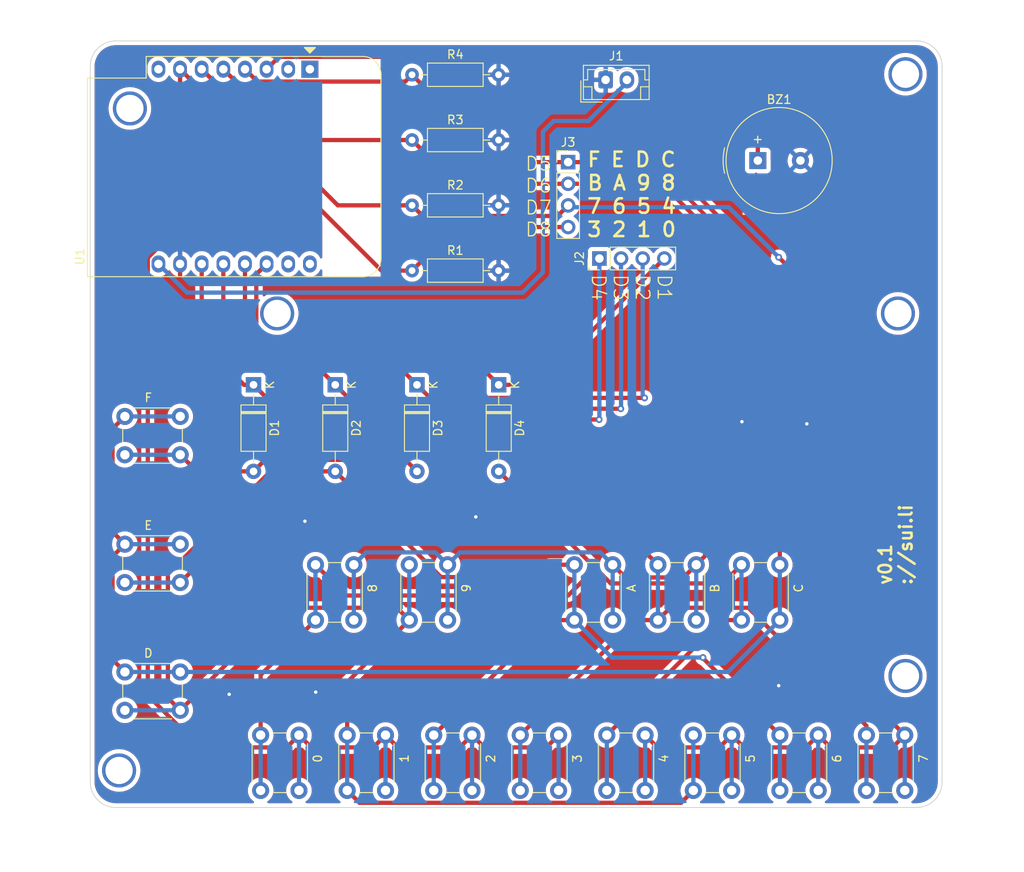
<source format=kicad_pcb>
(kicad_pcb (version 20211014) (generator pcbnew)
  (layers (0 "F.Cu" signal) (31 "B.Cu" signal) (34 "B.Paste" user) (35 "F.Paste" user) (36 "B.SilkS" user "B.Silkscreen") (37 "F.SilkS" user "F.Silkscreen") (38 "B.Mask" user) (39 "F.Mask" user) (44 "Edge.Cuts" user))
  (net 0 "")
  (net 1 "D8")
  (net 2 "D7")
  (net 3 "D6")
  (net 4 "D5")
  (net 5 "D4")
  (net 6 "GND")
  (net 7 "D3")
  (net 8 "D2")
  (net 9 "D1")
  (net 12 "Net-(BZ1-Pad1)")
  (net 16 "Net-(D1-Pad2)")
  (net 17 "Net-(D2-Pad2)")
  (net 18 "Net-(D3-Pad2)")
  (net 19 "Net-(D4-Pad2)")
  (net 20 "Net-(J1-Pad2)")
  (footprint "Diode_THT:D_A-405_P10.16mm_Horizontal" (layer "F.Cu") (at 149.163332 72.38 -90)
    (fp_text reference "D1" (at 5.08 -2.47 -90) (layer "F.SilkS"))
    (fp_text value "DIODE")
    (fp_text user "K" (at 0 -1.9 -90) (layer "F.SilkS"))
    (fp_line (start 2.36 -1.47) (end 2.36 1.47) (layer "F.SilkS") (width 0.12))
    (fp_line (start 7.8 -1.47) (end 2.36 -1.47) (layer "F.SilkS") (width 0.12))
    (fp_line (start 1.14 0) (end 2.36 0) (layer "F.SilkS") (width 0.12))
    (fp_line (start 3.38 -1.47) (end 3.38 1.47) (layer "F.SilkS") (width 0.12))
    (fp_line (start 7.8 1.47) (end 7.8 -1.47) (layer "F.SilkS") (width 0.12))
    (fp_line (start 3.26 -1.47) (end 3.26 1.47) (layer "F.SilkS") (width 0.12))
    (fp_line (start 3.14 -1.47) (end 3.14 1.47) (layer "F.SilkS") (width 0.12))
    (fp_line (start 9.02 0) (end 7.8 0) (layer "F.SilkS") (width 0.12))
    (fp_line (start 2.36 1.47) (end 7.8 1.47) (layer "F.SilkS") (width 0.12))
    (pad "1" thru_hole rect (at 0 0 270) (size 1.8 1.8) (drill 0.9) (layers *.Cu *.Mask) (net 5 "D4"))
    (pad "2" thru_hole oval (at 10.16 0 270) (size 1.8 1.8) (drill 0.9) (layers *.Cu *.Mask) (net 16 "Net-(D1-Pad2)"))
  )
  (footprint "Resistor_THT:R_Axial_DIN0207_L6.3mm_D2.5mm_P10.16mm_Horizontal" (layer "F.Cu") (at 167.773099 58.97)
    (fp_text reference "R1" (at 5.08 -2.37) (layer "F.SilkS"))
    (fp_text value "R")
    (fp_line (start 8.35 1.37) (end 8.35 -1.37) (layer "F.SilkS") (width 0.12))
    (fp_line (start 1.81 1.37) (end 8.35 1.37) (layer "F.SilkS") (width 0.12))
    (fp_line (start 9.12 0) (end 8.35 0) (layer "F.SilkS") (width 0.12))
    (fp_line (start 1.04 0) (end 1.81 0) (layer "F.SilkS") (width 0.12))
    (fp_line (start 8.35 -1.37) (end 1.81 -1.37) (layer "F.SilkS") (width 0.12))
    (fp_line (start 1.81 -1.37) (end 1.81 1.37) (layer "F.SilkS") (width 0.12))
    (pad "1" thru_hole circle (at 0 0) (size 1.6 1.6) (drill 0.8) (layers *.Cu *.Mask) (net 1 "D8"))
    (pad "2" thru_hole oval (at 10.16 0) (size 1.6 1.6) (drill 0.8) (layers *.Cu *.Mask) (net 6 "GND"))
  )
  (footprint "Button_Switch_THT:SW_PUSH_6mm" (layer "F.Cu") (at 156.44 100 90)
    (fp_text reference "SW9" hide)
    (fp_text value "8" (at 3.75 6.7 90) (layer "F.SilkS"))
    (fp_line (start 5.5 -1) (end 1 -1) (layer "F.SilkS") (width 0.12))
    (fp_line (start -0.25 1.5) (end -0.25 3) (layer "F.SilkS") (width 0.12))
    (fp_line (start 1 5.5) (end 5.5 5.5) (layer "F.SilkS") (width 0.12))
    (fp_line (start 6.75 3) (end 6.75 1.5) (layer "F.SilkS") (width 0.12))
    (pad "1" thru_hole circle (at 0 0 180) (size 2 2) (drill 1.1) (layers *.Cu *.Mask) (net 19 "Net-(D4-Pad2)"))
    (pad "1" thru_hole circle (at 6.5 0 180) (size 2 2) (drill 1.1) (layers *.Cu *.Mask) (net 19 "Net-(D4-Pad2)"))
    (pad "2" thru_hole circle (at 0 4.5 180) (size 2 2) (drill 1.1) (layers *.Cu *.Mask) (net 3 "D6"))
    (pad "2" thru_hole circle (at 6.5 4.5 180) (size 2 2) (drill 1.1) (layers *.Cu *.Mask) (net 3 "D6"))
  )
  (footprint "Diode_THT:D_A-405_P10.16mm_Horizontal" (layer "F.Cu") (at 158.758888 72.38 -90)
    (fp_text reference "D2" (at 5.08 -2.47 -90) (layer "F.SilkS"))
    (fp_text value "DIODE")
    (fp_text user "K" (at 0 -1.9 -90) (layer "F.SilkS"))
    (fp_line (start 2.36 -1.47) (end 2.36 1.47) (layer "F.SilkS") (width 0.12))
    (fp_line (start 1.14 0) (end 2.36 0) (layer "F.SilkS") (width 0.12))
    (fp_line (start 3.26 -1.47) (end 3.26 1.47) (layer "F.SilkS") (width 0.12))
    (fp_line (start 7.8 -1.47) (end 2.36 -1.47) (layer "F.SilkS") (width 0.12))
    (fp_line (start 9.02 0) (end 7.8 0) (layer "F.SilkS") (width 0.12))
    (fp_line (start 7.8 1.47) (end 7.8 -1.47) (layer "F.SilkS") (width 0.12))
    (fp_line (start 3.38 -1.47) (end 3.38 1.47) (layer "F.SilkS") (width 0.12))
    (fp_line (start 2.36 1.47) (end 7.8 1.47) (layer "F.SilkS") (width 0.12))
    (fp_line (start 3.14 -1.47) (end 3.14 1.47) (layer "F.SilkS") (width 0.12))
    (pad "1" thru_hole rect (at 0 0 270) (size 1.8 1.8) (drill 0.9) (layers *.Cu *.Mask) (net 7 "D3"))
    (pad "2" thru_hole oval (at 10.16 0 270) (size 1.8 1.8) (drill 0.9) (layers *.Cu *.Mask) (net 17 "Net-(D2-Pad2)"))
  )
  (footprint "Connector_PinHeader_2.54mm:PinHeader_1x04_P2.54mm_Vertical" (layer "F.Cu") (at 186.100183 46.235172)
    (fp_text reference "J3" (at 0 -2.33) (layer "F.SilkS"))
    (fp_text value "Conn_01x04")
    (fp_line (start -1.33 1.27) (end -1.33 8.95) (layer "F.SilkS") (width 0.12))
    (fp_line (start 1.33 1.27) (end 1.33 8.95) (layer "F.SilkS") (width 0.12))
    (fp_line (start -1.33 -1.33) (end 0 -1.33) (layer "F.SilkS") (width 0.12))
    (fp_line (start -1.33 1.27) (end 1.33 1.27) (layer "F.SilkS") (width 0.12))
    (fp_line (start -1.33 0) (end -1.33 -1.33) (layer "F.SilkS") (width 0.12))
    (fp_line (start -1.33 8.95) (end 1.33 8.95) (layer "F.SilkS") (width 0.12))
    (pad "1" thru_hole rect (at 0 0) (size 1.7 1.7) (drill 1) (layers *.Cu *.Mask) (net 4 "D5"))
    (pad "2" thru_hole oval (at 0 2.54) (size 1.7 1.7) (drill 1) (layers *.Cu *.Mask) (net 3 "D6"))
    (pad "3" thru_hole oval (at 0 5.08) (size 1.7 1.7) (drill 1) (layers *.Cu *.Mask) (net 2 "D7"))
    (pad "4" thru_hole oval (at 0 7.62) (size 1.7 1.7) (drill 1) (layers *.Cu *.Mask) (net 1 "D8"))
  )
  (footprint "Button_Switch_THT:SW_PUSH_6mm" (layer "F.Cu") (at 160.16 120 90)
    (fp_text reference "SW2" hide)
    (fp_text value "1" (at 3.75 6.7 90) (layer "F.SilkS"))
    (fp_line (start -0.25 1.5) (end -0.25 3) (layer "F.SilkS") (width 0.12))
    (fp_line (start 1 5.5) (end 5.5 5.5) (layer "F.SilkS") (width 0.12))
    (fp_line (start 6.75 3) (end 6.75 1.5) (layer "F.SilkS") (width 0.12))
    (fp_line (start 5.5 -1) (end 1 -1) (layer "F.SilkS") (width 0.12))
    (pad "1" thru_hole circle (at 0 0 180) (size 2 2) (drill 1.1) (layers *.Cu *.Mask) (net 18 "Net-(D3-Pad2)"))
    (pad "1" thru_hole circle (at 6.5 0 180) (size 2 2) (drill 1.1) (layers *.Cu *.Mask) (net 18 "Net-(D3-Pad2)"))
    (pad "2" thru_hole circle (at 0 4.5 180) (size 2 2) (drill 1.1) (layers *.Cu *.Mask) (net 1 "D8"))
    (pad "2" thru_hole circle (at 6.5 4.5 180) (size 2 2) (drill 1.1) (layers *.Cu *.Mask) (net 1 "D8"))
  )
  (footprint "Button_Switch_THT:SW_PUSH_6mm" (layer "F.Cu") (at 186.83 100 90)
    (fp_text reference "SW11" hide)
    (fp_text value "A" (at 3.75 6.7 90) (layer "F.SilkS"))
    (fp_line (start 1 5.5) (end 5.5 5.5) (layer "F.SilkS") (width 0.12))
    (fp_line (start 5.5 -1) (end 1 -1) (layer "F.SilkS") (width 0.12))
    (fp_line (start -0.25 1.5) (end -0.25 3) (layer "F.SilkS") (width 0.12))
    (fp_line (start 6.75 3) (end 6.75 1.5) (layer "F.SilkS") (width 0.12))
    (pad "1" thru_hole circle (at 0 0 180) (size 2 2) (drill 1.1) (layers *.Cu *.Mask) (net 17 "Net-(D2-Pad2)"))
    (pad "1" thru_hole circle (at 6.5 0 180) (size 2 2) (drill 1.1) (layers *.Cu *.Mask) (net 17 "Net-(D2-Pad2)"))
    (pad "2" thru_hole circle (at 6.5 4.5 180) (size 2 2) (drill 1.1) (layers *.Cu *.Mask) (net 3 "D6"))
    (pad "2" thru_hole circle (at 0 4.5 180) (size 2 2) (drill 1.1) (layers *.Cu *.Mask) (net 3 "D6"))
  )
  (footprint "Diode_THT:D_A-405_P10.16mm_Horizontal" (layer "F.Cu") (at 177.95 72.38 -90)
    (fp_text reference "D4" (at 5.08 -2.47 -90) (layer "F.SilkS"))
    (fp_text value "DIODE")
    (fp_text user "K" (at 0 -1.9 -90) (layer "F.SilkS"))
    (fp_line (start 3.26 -1.47) (end 3.26 1.47) (layer "F.SilkS") (width 0.12))
    (fp_line (start 9.02 0) (end 7.8 0) (layer "F.SilkS") (width 0.12))
    (fp_line (start 3.14 -1.47) (end 3.14 1.47) (layer "F.SilkS") (width 0.12))
    (fp_line (start 1.14 0) (end 2.36 0) (layer "F.SilkS") (width 0.12))
    (fp_line (start 2.36 -1.47) (end 2.36 1.47) (layer "F.SilkS") (width 0.12))
    (fp_line (start 2.36 1.47) (end 7.8 1.47) (layer "F.SilkS") (width 0.12))
    (fp_line (start 7.8 -1.47) (end 2.36 -1.47) (layer "F.SilkS") (width 0.12))
    (fp_line (start 3.38 -1.47) (end 3.38 1.47) (layer "F.SilkS") (width 0.12))
    (fp_line (start 7.8 1.47) (end 7.8 -1.47) (layer "F.SilkS") (width 0.12))
    (pad "1" thru_hole rect (at 0 0 270) (size 1.8 1.8) (drill 0.9) (layers *.Cu *.Mask) (net 9 "D1"))
    (pad "2" thru_hole oval (at 10.16 0 270) (size 1.8 1.8) (drill 0.9) (layers *.Cu *.Mask) (net 19 "Net-(D4-Pad2)"))
  )
  (footprint "" (layer "F.Cu") (at 225 107)
    (fp_text reference "" (at 0 0) (layer "F.SilkS") (effects (font (size 1.27 1.27))))
    (fp_text value "" (at 0 0) (layer "F.SilkS") (effects (font (size 1.27 1.27))))
    (pad "1" thru_hole circle (at 0.702 -0.442) (size 4 4) (drill 3.2) (layers *.Cu *.Mask))
  )
  (footprint "Module:WEMOS_D1_mini_light" (layer "F.Cu") (at 155.78 35.325 -90)
    (fp_text reference "U1" (at 22 27 90) (layer "F.SilkS"))
    (fp_text value "WeMos_D1_mini")
    (fp_line (start -1.5 19.22) (end -1.5 -6.21) (layer "F.SilkS") (width 0.12))
    (fp_line (start 1.04 19.22) (end 1.04 26.12) (layer "F.SilkS") (width 0.12))
    (fp_line (start 24.36 26.12) (end 24.36 -6.21) (layer "F.SilkS") (width 0.12))
    (fp_line (start 1.04 26.12) (end 24.36 26.12) (layer "F.SilkS") (width 0.12))
    (fp_line (start 22.24 -8.34) (end 0.63 -8.34) (layer "F.SilkS") (width 0.12))
    (fp_line (start -1.5 19.22) (end 1.04 19.22) (layer "F.SilkS") (width 0.12))
    (fp_arc (start 22.23 -8.34) (mid 23.736137 -7.716137) (end 24.36 -6.21) (layer "F.SilkS") (width 0.12))
    (fp_arc (start -1.5 -6.21) (mid -0.876137 -7.716137) (end 0.63 -8.34) (layer "F.SilkS") (width 0.12))
    (fp_poly (pts (xy -2.54 -0.635) (xy -2.54 0.635) (xy -1.905 0)) (layer "F.SilkS") (width 0.15) (fill solid))
    (pad "1" thru_hole rect (at 0 0 270) (size 2 2) (drill 1) (layers *.Cu *.Mask))
    (pad "2" thru_hole oval (at 0 2.54 270) (size 2 1.6) (drill 1) (layers *.Cu *.Mask))
    (pad "3" thru_hole oval (at 0 5.08 270) (size 2 1.6) (drill 1) (layers *.Cu *.Mask) (net 12 "Net-(BZ1-Pad1)"))
    (pad "4" thru_hole oval (at 0 7.62 270) (size 2 1.6) (drill 1) (layers *.Cu *.Mask) (net 4 "D5"))
    (pad "5" thru_hole oval (at 0 10.16 270) (size 2 1.6) (drill 1) (layers *.Cu *.Mask) (net 3 "D6"))
    (pad "6" thru_hole oval (at 0 12.7 270) (size 2 1.6) (drill 1) (layers *.Cu *.Mask) (net 2 "D7"))
    (pad "7" thru_hole oval (at 0 15.24 270) (size 2 1.6) (drill 1) (layers *.Cu *.Mask) (net 1 "D8"))
    (pad "8" thru_hole oval (at 0 17.78 270) (size 2 1.6) (drill 1) (layers *.Cu *.Mask))
    (pad "9" thru_hole oval (at 22.86 17.78 270) (size 2 1.6) (drill 1) (layers *.Cu *.Mask) (net 20 "Net-(J1-Pad2)"))
    (pad "10" thru_hole oval (at 22.86 15.24 270) (size 2 1.6) (drill 1) (layers *.Cu *.Mask) (net 6 "GND"))
    (pad "11" thru_hole oval (at 22.86 12.7 270) (size 2 1.6) (drill 1) (layers *.Cu *.Mask) (net 5 "D4"))
    (pad "12" thru_hole oval (at 22.86 10.16 270) (size 2 1.6) (drill 1) (layers *.Cu *.Mask) (net 7 "D3"))
    (pad "13" thru_hole oval (at 22.86 7.62 270) (size 2 1.6) (drill 1) (layers *.Cu *.Mask) (net 8 "D2"))
    (pad "14" thru_hole oval (at 22.86 5.08 270) (size 2 1.6) (drill 1) (layers *.Cu *.Mask) (net 9 "D1"))
    (pad "15" thru_hole oval (at 22.86 2.54 270) (size 2 1.6) (drill 1) (layers *.Cu *.Mask))
    (pad "16" thru_hole oval (at 22.86 0 270) (size 2 1.6) (drill 1) (layers *.Cu *.Mask))
  )
  (footprint "Connector_JST:JST_EH_B2B-EH-A_1x02_P2.50mm_Vertical" (layer "F.Cu") (at 190.5 36.576)
    (fp_text reference "J1" (at 1.25 -2.8) (layer "F.SilkS"))
    (fp_text value "Conn_01x02")
    (fp_line (start 4.61 0) (end 5.11 0) (layer "F.SilkS") (width 0.12))
    (fp_line (start 4.61 -1.21) (end 4.61 0) (layer "F.SilkS") (width 0.12))
    (fp_line (start 5.11 2.31) (end 5.11 -1.71) (layer "F.SilkS") (width 0.12))
    (fp_line (start -2.61 0) (end -2.11 0) (layer "F.SilkS") (width 0.12))
    (fp_line (start -2.61 0.81) (end -1.61 0.81) (layer "F.SilkS") (width 0.12))
    (fp_line (start -2.61 -1.71) (end -2.61 2.31) (layer "F.SilkS") (width 0.12))
    (fp_line (start -2.91 0.11) (end -2.91 2.61) (layer "F.SilkS") (width 0.12))
    (fp_line (start -2.11 0) (end -2.11 -1.21) (layer "F.SilkS") (width 0.12))
    (fp_line (start 4.11 0.81) (end 4.11 2.31) (layer "F.SilkS") (width 0.12))
    (fp_line (start -2.11 -1.21) (end 4.61 -1.21) (layer "F.SilkS") (width 0.12))
    (fp_line (start -2.91 2.61) (end -0.41 2.61) (layer "F.SilkS") (width 0.12))
    (fp_line (start 5.11 0.81) (end 4.11 0.81) (layer "F.SilkS") (width 0.12))
    (fp_line (start -2.61 2.31) (end 5.11 2.31) (layer "F.SilkS") (width 0.12))
    (fp_line (start 5.11 -1.71) (end -2.61 -1.71) (layer "F.SilkS") (width 0.12))
    (fp_line (start -1.61 0.81) (end -1.61 2.31) (layer "F.SilkS") (width 0.12))
    (pad "1" thru_hole roundrect (at 0 0) (size 1.7 2) (drill 1) (layers *.Cu *.Mask) (roundrect_rratio 0.1470588235) (net 6 "GND"))
    (pad "2" thru_hole oval (at 2.5 0) (size 1.7 2) (drill 1) (layers *.Cu *.Mask) (net 20 "Net-(J1-Pad2)"))
  )
  (footprint "Resistor_THT:R_Axial_DIN0207_L6.3mm_D2.5mm_P10.16mm_Horizontal" (layer "F.Cu") (at 167.773099 35.976666)
    (fp_text reference "R4" (at 5.08 -2.37) (layer "F.SilkS"))
    (fp_text value "R")
    (fp_line (start 1.04 0) (end 1.81 0) (layer "F.SilkS") (width 0.12))
    (fp_line (start 9.12 0) (end 8.35 0) (layer "F.SilkS") (width 0.12))
    (fp_line (start 1.81 -1.37) (end 1.81 1.37) (layer "F.SilkS") (width 0.12))
    (fp_line (start 8.35 -1.37) (end 1.81 -1.37) (layer "F.SilkS") (width 0.12))
    (fp_line (start 1.81 1.37) (end 8.35 1.37) (layer "F.SilkS") (width 0.12))
    (fp_line (start 8.35 1.37) (end 8.35 -1.37) (layer "F.SilkS") (width 0.12))
    (pad "1" thru_hole circle (at 0 0) (size 1.6 1.6) (drill 0.8) (layers *.Cu *.Mask) (net 4 "D5"))
    (pad "2" thru_hole oval (at 10.16 0) (size 1.6 1.6) (drill 0.8) (layers *.Cu *.Mask) (net 6 "GND"))
  )
  (footprint "" (layer "F.Cu") (at 225 37)
    (fp_text reference "" (at 0 0) (layer "F.SilkS") (effects (font (size 1.27 1.27))))
    (fp_text value "" (at 0 0) (layer "F.SilkS") (effects (font (size 1.27 1.27))))
    (pad "1" thru_hole circle (at 0.702 -1.084) (size 4 4) (drill 3.2) (layers *.Cu *.Mask))
  )
  (footprint "Button_Switch_THT:SW_PUSH_6mm" (layer "F.Cu") (at 180.48 120 90)
    (fp_text reference "SW4" hide)
    (fp_text value "3" (at 3.75 6.7 90) (layer "F.SilkS"))
    (fp_line (start -0.25 1.5) (end -0.25 3) (layer "F.SilkS") (width 0.12))
    (fp_line (start 6.75 3) (end 6.75 1.5) (layer "F.SilkS") (width 0.12))
    (fp_line (start 5.5 -1) (end 1 -1) (layer "F.SilkS") (width 0.12))
    (fp_line (start 1 5.5) (end 5.5 5.5) (layer "F.SilkS") (width 0.12))
    (pad "1" thru_hole circle (at 0 0 180) (size 2 2) (drill 1.1) (layers *.Cu *.Mask) (net 16 "Net-(D1-Pad2)"))
    (pad "1" thru_hole circle (at 6.5 0 180) (size 2 2) (drill 1.1) (layers *.Cu *.Mask) (net 16 "Net-(D1-Pad2)"))
    (pad "2" thru_hole circle (at 6.5 4.5 180) (size 2 2) (drill 1.1) (layers *.Cu *.Mask) (net 1 "D8"))
    (pad "2" thru_hole circle (at 0 4.5 180) (size 2 2) (drill 1.1) (layers *.Cu *.Mask) (net 1 "D8"))
  )
  (footprint "" (layer "F.Cu") (at 134 117)
    (fp_text reference "" (at 0 0) (layer "F.SilkS") (effects (font (size 1.27 1.27))))
    (fp_text value "" (at 0 0) (layer "F.SilkS") (effects (font (size 1.27 1.27))))
    (pad "1" thru_hole circle (at -0.62 0.652) (size 4 4) (drill 3.2) (layers *.Cu *.Mask))
  )
  (footprint "" (layer "F.Cu") (at 134 40)
    (fp_text reference "" hide)
    (fp_text value "" hide)
    (pad "1" thru_hole circle (at 0.65 -0.068) (size 4 4) (drill 3.2) (layers *.Cu *.Mask))
  )
  (footprint "Button_Switch_THT:SW_PUSH_6mm" (layer "F.Cu") (at 200.8 120 90)
    (fp_text reference "SW6" hide)
    (fp_text value "5" (at 3.75 6.7 90) (layer "F.SilkS"))
    (fp_line (start 5.5 -1) (end 1 -1) (layer "F.SilkS") (width 0.12))
    (fp_line (start -0.25 1.5) (end -0.25 3) (layer "F.SilkS") (width 0.12))
    (fp_line (start 6.75 3) (end 6.75 1.5) (layer "F.SilkS") (width 0.12))
    (fp_line (start 1 5.5) (end 5.5 5.5) (layer "F.SilkS") (width 0.12))
    (pad "1" thru_hole circle (at 6.5 0 180) (size 2 2) (drill 1.1) (layers *.Cu *.Mask) (net 18 "Net-(D3-Pad2)"))
    (pad "1" thru_hole circle (at 0 0 180) (size 2 2) (drill 1.1) (layers *.Cu *.Mask) (net 18 "Net-(D3-Pad2)"))
    (pad "2" thru_hole circle (at 0 4.5 180) (size 2 2) (drill 1.1) (layers *.Cu *.Mask) (net 2 "D7"))
    (pad "2" thru_hole circle (at 6.5 4.5 180) (size 2 2) (drill 1.1) (layers *.Cu *.Mask) (net 2 "D7"))
  )
  (footprint "Resistor_THT:R_Axial_DIN0207_L6.3mm_D2.5mm_P10.16mm_Horizontal" (layer "F.Cu") (at 167.773099 51.305554)
    (fp_text reference "R2" (at 5.08 -2.37) (layer "F.SilkS"))
    (fp_text value "R")
    (fp_line (start 1.04 0) (end 1.81 0) (layer "F.SilkS") (width 0.12))
    (fp_line (start 8.35 -1.37) (end 1.81 -1.37) (layer "F.SilkS") (width 0.12))
    (fp_line (start 1.81 -1.37) (end 1.81 1.37) (layer "F.SilkS") (width 0.12))
    (fp_line (start 8.35 1.37) (end 8.35 -1.37) (layer "F.SilkS") (width 0.12))
    (fp_line (start 1.81 1.37) (end 8.35 1.37) (layer "F.SilkS") (width 0.12))
    (fp_line (start 9.12 0) (end 8.35 0) (layer "F.SilkS") (width 0.12))
    (pad "1" thru_hole circle (at 0 0) (size 1.6 1.6) (drill 0.8) (layers *.Cu *.Mask) (net 2 "D7"))
    (pad "2" thru_hole oval (at 10.16 0) (size 1.6 1.6) (drill 0.8) (layers *.Cu *.Mask) (net 6 "GND"))
  )
  (footprint "Button_Switch_THT:SW_PUSH_6mm" (layer "F.Cu") (at 140.56 110.59 180)
    (fp_text reference "SW14" hide)
    (fp_text value "D" (at 3.75 6.7) (layer "F.SilkS"))
    (fp_line (start 6.75 3) (end 6.75 1.5) (layer "F.SilkS") (width 0.12))
    (fp_line (start 1 5.5) (end 5.5 5.5) (layer "F.SilkS") (width 0.12))
    (fp_line (start 5.5 -1) (end 1 -1) (layer "F.SilkS") (width 0.12))
    (fp_line (start -0.25 1.5) (end -0.25 3) (layer "F.SilkS") (width 0.12))
    (pad "1" thru_hole circle (at 6.5 0 270) (size 2 2) (drill 1.1) (layers *.Cu *.Mask) (net 18 "Net-(D3-Pad2)"))
    (pad "1" thru_hole circle (at 0 0 270) (size 2 2) (drill 1.1) (layers *.Cu *.Mask) (net 18 "Net-(D3-Pad2)"))
    (pad "2" thru_hole circle (at 6.5 4.5 270) (size 2 2) (drill 1.1) (layers *.Cu *.Mask) (net 4 "D5"))
    (pad "2" thru_hole circle (at 0 4.5 270) (size 2 2) (drill 1.1) (layers *.Cu *.Mask) (net 4 "D5"))
  )
  (footprint "Resistor_THT:R_Axial_DIN0207_L6.3mm_D2.5mm_P10.16mm_Horizontal" (layer "F.Cu") (at 167.773099 43.64111)
    (fp_text reference "R3" (at 5.08 -2.37) (layer "F.SilkS"))
    (fp_text value "R")
    (fp_line (start 9.12 0) (end 8.35 0) (layer "F.SilkS") (width 0.12))
    (fp_line (start 8.35 1.37) (end 8.35 -1.37) (layer "F.SilkS") (width 0.12))
    (fp_line (start 1.04 0) (end 1.81 0) (layer "F.SilkS") (width 0.12))
    (fp_line (start 1.81 1.37) (end 8.35 1.37) (layer "F.SilkS") (width 0.12))
    (fp_line (start 1.81 -1.37) (end 1.81 1.37) (layer "F.SilkS") (width 0.12))
    (fp_line (start 8.35 -1.37) (end 1.81 -1.37) (layer "F.SilkS") (width 0.12))
    (pad "1" thru_hole circle (at 0 0) (size 1.6 1.6) (drill 0.8) (layers *.Cu *.Mask) (net 3 "D6"))
    (pad "2" thru_hole oval (at 10.16 0) (size 1.6 1.6) (drill 0.8) (layers *.Cu *.Mask) (net 6 "GND"))
  )
  (footprint "Button_Switch_THT:SW_PUSH_6mm" (layer "F.Cu") (at 210.96 120 90)
    (fp_text reference "SW7" hide)
    (fp_text value "6" (at 3.75 6.7 90) (layer "F.SilkS"))
    (fp_line (start -0.25 1.5) (end -0.25 3) (layer "F.SilkS") (width 0.12))
    (fp_line (start 1 5.5) (end 5.5 5.5) (layer "F.SilkS") (width 0.12))
    (fp_line (start 5.5 -1) (end 1 -1) (layer "F.SilkS") (width 0.12))
    (fp_line (start 6.75 3) (end 6.75 1.5) (layer "F.SilkS") (width 0.12))
    (pad "1" thru_hole circle (at 0 0 180) (size 2 2) (drill 1.1) (layers *.Cu *.Mask) (net 17 "Net-(D2-Pad2)"))
    (pad "1" thru_hole circle (at 6.5 0 180) (size 2 2) (drill 1.1) (layers *.Cu *.Mask) (net 17 "Net-(D2-Pad2)"))
    (pad "2" thru_hole circle (at 6.5 4.5 180) (size 2 2) (drill 1.1) (layers *.Cu *.Mask) (net 2 "D7"))
    (pad "2" thru_hole circle (at 0 4.5 180) (size 2 2) (drill 1.1) (layers *.Cu *.Mask) (net 2 "D7"))
  )
  (footprint "Suat:MountingHole_3.2mm_M3_small" (layer "F.Cu") (at 151.94 64)
    (fp_text reference "REF**" hide)
    (fp_text value "MountingHole_3.2mm_M3_small" hide)
    (pad "1" thru_hole circle (at 0 0) (size 4 4) (drill 3.2) (layers *.Cu *.Mask))
  )
  (footprint "Button_Switch_THT:SW_PUSH_6mm" (layer "F.Cu") (at 221.12 120 90)
    (fp_text reference "SW8" hide)
    (fp_text value "7" (at 3.75 6.7 90) (layer "F.SilkS"))
    (fp_line (start 6.75 3) (end 6.75 1.5) (layer "F.SilkS") (width 0.12))
    (fp_line (start -0.25 1.5) (end -0.25 3) (layer "F.SilkS") (width 0.12))
    (fp_line (start 1 5.5) (end 5.5 5.5) (layer "F.SilkS") (width 0.12))
    (fp_line (start 5.5 -1) (end 1 -1) (layer "F.SilkS") (width 0.12))
    (pad "1" thru_hole circle (at 6.5 0 180) (size 2 2) (drill 1.1) (layers *.Cu *.Mask) (net 16 "Net-(D1-Pad2)"))
    (pad "1" thru_hole circle (at 0 0 180) (size 2 2) (drill 1.1) (layers *.Cu *.Mask) (net 16 "Net-(D1-Pad2)"))
    (pad "2" thru_hole circle (at 0 4.5 180) (size 2 2) (drill 1.1) (layers *.Cu *.Mask) (net 2 "D7"))
    (pad "2" thru_hole circle (at 6.5 4.5 180) (size 2 2) (drill 1.1) (layers *.Cu *.Mask) (net 2 "D7"))
  )
  (footprint "Button_Switch_THT:SW_PUSH_6mm" (layer "F.Cu") (at 170.32 120 90)
    (fp_text reference "SW3" hide)
    (fp_text value "2" (at 3.75 6.7 90) (layer "F.SilkS"))
    (fp_line (start -0.25 1.5) (end -0.25 3) (layer "F.SilkS") (width 0.12))
    (fp_line (start 5.5 -1) (end 1 -1) (layer "F.SilkS") (width 0.12))
    (fp_line (start 1 5.5) (end 5.5 5.5) (layer "F.SilkS") (width 0.12))
    (fp_line (start 6.75 3) (end 6.75 1.5) (layer "F.SilkS") (width 0.12))
    (pad "1" thru_hole circle (at 0 0 180) (size 2 2) (drill 1.1) (layers *.Cu *.Mask) (net 17 "Net-(D2-Pad2)"))
    (pad "1" thru_hole circle (at 6.5 0 180) (size 2 2) (drill 1.1) (layers *.Cu *.Mask) (net 17 "Net-(D2-Pad2)"))
    (pad "2" thru_hole circle (at 0 4.5 180) (size 2 2) (drill 1.1) (layers *.Cu *.Mask) (net 1 "D8"))
    (pad "2" thru_hole circle (at 6.5 4.5 180) (size 2 2) (drill 1.1) (layers *.Cu *.Mask) (net 1 "D8"))
  )
  (footprint "Button_Switch_THT:SW_PUSH_6mm" (layer "F.Cu") (at 140.56 80.59 180)
    (fp_text reference "SW16" hide)
    (fp_text value "F" (at 3.75 6.7) (layer "F.SilkS"))
    (fp_line (start 6.75 3) (end 6.75 1.5) (layer "F.SilkS") (width 0.12))
    (fp_line (start -0.25 1.5) (end -0.25 3) (layer "F.SilkS") (width 0.12))
    (fp_line (start 1 5.5) (end 5.5 5.5) (layer "F.SilkS") (width 0.12))
    (fp_line (start 5.5 -1) (end 1 -1) (layer "F.SilkS") (width 0.12))
    (pad "1" thru_hole circle (at 6.5 0 270) (size 2 2) (drill 1.1) (layers *.Cu *.Mask) (net 16 "Net-(D1-Pad2)"))
    (pad "1" thru_hole circle (at 0 0 270) (size 2 2) (drill 1.1) (layers *.Cu *.Mask) (net 16 "Net-(D1-Pad2)"))
    (pad "2" thru_hole circle (at 0 4.5 270) (size 2 2) (drill 1.1) (layers *.Cu *.Mask) (net 4 "D5"))
    (pad "2" thru_hole circle (at 6.5 4.5 270) (size 2 2) (drill 1.1) (layers *.Cu *.Mask) (net 4 "D5"))
  )
  (footprint "Button_Switch_THT:SW_PUSH_6mm" (layer "F.Cu") (at 196.64 100 90)
    (fp_text reference "SW12" hide)
    (fp_text value "B" (at 3.75 6.7 90) (layer "F.SilkS"))
    (fp_line (start 1 5.5) (end 5.5 5.5) (layer "F.SilkS") (width 0.12))
    (fp_line (start 6.75 3) (end 6.75 1.5) (layer "F.SilkS") (width 0.12))
    (fp_line (start 5.5 -1) (end 1 -1) (layer "F.SilkS") (width 0.12))
    (fp_line (start -0.25 1.5) (end -0.25 3) (layer "F.SilkS") (width 0.12))
    (pad "1" thru_hole circle (at 0 0 180) (size 2 2) (drill 1.1) (layers *.Cu *.Mask) (net 16 "Net-(D1-Pad2)"))
    (pad "1" thru_hole circle (at 6.5 0 180) (size 2 2) (drill 1.1) (layers *.Cu *.Mask) (net 16 "Net-(D1-Pad2)"))
    (pad "2" thru_hole circle (at 6.5 4.5 180) (size 2 2) (drill 1.1) (layers *.Cu *.Mask) (net 3 "D6"))
    (pad "2" thru_hole circle (at 0 4.5 180) (size 2 2) (drill 1.1) (layers *.Cu *.Mask) (net 3 "D6"))
  )
  (footprint "Diode_THT:D_A-405_P10.16mm_Horizontal" (layer "F.Cu") (at 168.354444 72.38 -90)
    (fp_text reference "D3" (at 5.08 -2.47 -90) (layer "F.SilkS"))
    (fp_text value "DIODE")
    (fp_text user "K" (at 0 -1.9 -90) (layer "F.SilkS"))
    (fp_line (start 3.14 -1.47) (end 3.14 1.47) (layer "F.SilkS") (width 0.12))
    (fp_line (start 7.8 -1.47) (end 2.36 -1.47) (layer "F.SilkS") (width 0.12))
    (fp_line (start 9.02 0) (end 7.8 0) (layer "F.SilkS") (width 0.12))
    (fp_line (start 2.36 -1.47) (end 2.36 1.47) (layer "F.SilkS") (width 0.12))
    (fp_line (start 2.36 1.47) (end 7.8 1.47) (layer "F.SilkS") (width 0.12))
    (fp_line (start 3.26 -1.47) (end 3.26 1.47) (layer "F.SilkS") (width 0.12))
    (fp_line (start 3.38 -1.47) (end 3.38 1.47) (layer "F.SilkS") (width 0.12))
    (fp_line (start 1.14 0) (end 2.36 0) (layer "F.SilkS") (width 0.12))
    (fp_line (start 7.8 1.47) (end 7.8 -1.47) (layer "F.SilkS") (width 0.12))
    (pad "1" thru_hole rect (at 0 0 270) (size 1.8 1.8) (drill 0.9) (layers *.Cu *.Mask) (net 8 "D2"))
    (pad "2" thru_hole oval (at 10.16 0 270) (size 1.8 1.8) (drill 0.9) (layers *.Cu *.Mask) (net 18 "Net-(D3-Pad2)"))
  )
  (footprint "Button_Switch_THT:SW_PUSH_6mm" (layer "F.Cu") (at 190.64 120 90)
    (fp_text reference "SW5" hide)
    (fp_text value "4" (at 3.75 6.7 90) (layer "F.SilkS"))
    (fp_line (start 1 5.5) (end 5.5 5.5) (layer "F.SilkS") (width 0.12))
    (fp_line (start 6.75 3) (end 6.75 1.5) (layer "F.SilkS") (width 0.12))
    (fp_line (start -0.25 1.5) (end -0.25 3) (layer "F.SilkS") (width 0.12))
    (fp_line (start 5.5 -1) (end 1 -1) (layer "F.SilkS") (width 0.12))
    (pad "1" thru_hole circle (at 0 0 180) (size 2 2) (drill 1.1) (layers *.Cu *.Mask) (net 19 "Net-(D4-Pad2)"))
    (pad "1" thru_hole circle (at 6.5 0 180) (size 2 2) (drill 1.1) (layers *.Cu *.Mask) (net 19 "Net-(D4-Pad2)"))
    (pad "2" thru_hole circle (at 6.5 4.5 180) (size 2 2) (drill 1.1) (layers *.Cu *.Mask) (net 2 "D7"))
    (pad "2" thru_hole circle (at 0 4.5 180) (size 2 2) (drill 1.1) (layers *.Cu *.Mask) (net 2 "D7"))
  )
  (footprint "Button_Switch_THT:SW_PUSH_6mm" (layer "F.Cu") (at 167.45 100 90)
    (fp_text reference "SW10" hide)
    (fp_text value "9" (at 3.75 6.7 90) (layer "F.SilkS"))
    (fp_line (start 6.75 3) (end 6.75 1.5) (layer "F.SilkS") (width 0.12))
    (fp_line (start 5.5 -1) (end 1 -1) (layer "F.SilkS") (width 0.12))
    (fp_line (start 1 5.5) (end 5.5 5.5) (layer "F.SilkS") (width 0.12))
    (fp_line (start -0.25 1.5) (end -0.25 3) (layer "F.SilkS") (width 0.12))
    (pad "1" thru_hole circle (at 6.5 0 180) (size 2 2) (drill 1.1) (layers *.Cu *.Mask) (net 18 "Net-(D3-Pad2)"))
    (pad "1" thru_hole circle (at 0 0 180) (size 2 2) (drill 1.1) (layers *.Cu *.Mask) (net 18 "Net-(D3-Pad2)"))
    (pad "2" thru_hole circle (at 0 4.5 180) (size 2 2) (drill 1.1) (layers *.Cu *.Mask) (net 3 "D6"))
    (pad "2" thru_hole circle (at 6.5 4.5 180) (size 2 2) (drill 1.1) (layers *.Cu *.Mask) (net 3 "D6"))
  )
  (footprint "Button_Switch_THT:SW_PUSH_6mm" (layer "F.Cu") (at 206.45 100 90)
    (fp_text reference "SW13" hide)
    (fp_text value "C" (at 3.75 6.7 90) (layer "F.SilkS"))
    (fp_line (start 1 5.5) (end 5.5 5.5) (layer "F.SilkS") (width 0.12))
    (fp_line (start 6.75 3) (end 6.75 1.5) (layer "F.SilkS") (width 0.12))
    (fp_line (start -0.25 1.5) (end -0.25 3) (layer "F.SilkS") (width 0.12))
    (fp_line (start 5.5 -1) (end 1 -1) (layer "F.SilkS") (width 0.12))
    (pad "1" thru_hole circle (at 0 0 180) (size 2 2) (drill 1.1) (layers *.Cu *.Mask) (net 19 "Net-(D4-Pad2)"))
    (pad "1" thru_hole circle (at 6.5 0 180) (size 2 2) (drill 1.1) (layers *.Cu *.Mask) (net 19 "Net-(D4-Pad2)"))
    (pad "2" thru_hole circle (at 0 4.5 180) (size 2 2) (drill 1.1) (layers *.Cu *.Mask) (net 4 "D5"))
    (pad "2" thru_hole circle (at 6.5 4.5 180) (size 2 2) (drill 1.1) (layers *.Cu *.Mask) (net 4 "D5"))
  )
  (footprint "Button_Switch_THT:SW_PUSH_6mm" (layer "F.Cu") (at 140.56 95.59 180)
    (fp_text reference "SW15" hide)
    (fp_text value "E" (at 3.75 6.7) (layer "F.SilkS"))
    (fp_line (start 1 5.5) (end 5.5 5.5) (layer "F.SilkS") (width 0.12))
    (fp_line (start 6.75 3) (end 6.75 1.5) (layer "F.SilkS") (width 0.12))
    (fp_line (start -0.25 1.5) (end -0.25 3) (layer "F.SilkS") (width 0.12))
    (fp_line (start 5.5 -1) (end 1 -1) (layer "F.SilkS") (width 0.12))
    (pad "1" thru_hole circle (at 6.5 0 270) (size 2 2) (drill 1.1) (layers *.Cu *.Mask) (net 17 "Net-(D2-Pad2)"))
    (pad "1" thru_hole circle (at 0 0 270) (size 2 2) (drill 1.1) (layers *.Cu *.Mask) (net 17 "Net-(D2-Pad2)"))
    (pad "2" thru_hole circle (at 0 4.5 270) (size 2 2) (drill 1.1) (layers *.Cu *.Mask) (net 4 "D5"))
    (pad "2" thru_hole circle (at 6.5 4.5 270) (size 2 2) (drill 1.1) (layers *.Cu *.Mask) (net 4 "D5"))
  )
  (footprint "Suat:MountingHole_3.2mm_M3_small" (layer "F.Cu") (at 224.82 64)
    (fp_text reference "REF**" hide)
    (fp_text value "MountingHole_3.2mm_M3_small" hide)
    (pad "1" thru_hole circle (at 0 0) (size 4 4) (drill 3.2) (layers *.Cu *.Mask))
  )
  (footprint "Connector_PinHeader_2.54mm:PinHeader_1x04_P2.54mm_Vertical" (layer "F.Cu") (at 189.77 57.55 90)
    (fp_text reference "J2" (at 0 -2.33 90) (layer "F.SilkS"))
    (fp_text value "Conn_01x04")
    (fp_line (start -1.33 8.95) (end 1.33 8.95) (layer "F.SilkS") (width 0.12))
    (fp_line (start -1.33 1.27) (end -1.33 8.95) (layer "F.SilkS") (width 0.12))
    (fp_line (start -1.33 1.27) (end 1.33 1.27) (layer "F.SilkS") (width 0.12))
    (fp_line (start -1.33 -1.33) (end 0 -1.33) (layer "F.SilkS") (width 0.12))
    (fp_line (start 1.33 1.27) (end 1.33 8.95) (layer "F.SilkS") (width 0.12))
    (fp_line (start -1.33 0) (end -1.33 -1.33) (layer "F.SilkS") (width 0.12))
    (pad "1" thru_hole rect (at 0 0 90) (size 1.7 1.7) (drill 1) (layers *.Cu *.Mask) (net 5 "D4"))
    (pad "2" thru_hole oval (at 0 2.54 90) (size 1.7 1.7) (drill 1) (layers *.Cu *.Mask) (net 7 "D3"))
    (pad "3" thru_hole oval (at 0 5.08 90) (size 1.7 1.7) (drill 1) (layers *.Cu *.Mask) (net 8 "D2"))
    (pad "4" thru_hole oval (at 0 7.62 90) (size 1.7 1.7) (drill 1) (layers *.Cu *.Mask) (net 9 "D1"))
  )
  (footprint "Buzzer_Beeper:Buzzer_TDK_PS1240P02BT_D12.2mm_H6.5mm" (layer "F.Cu") (at 208.37 46.05)
    (fp_text reference "BZ1" (at 2.5 -7.17) (layer "F.SilkS"))
    (fp_text value "Buzzer")
    (fp_text user "+" (at -0.01 -2.54) (layer "F.SilkS"))
    (fp_arc (start -3.9 1.499999) (mid -4.073431 -0.000001) (end -3.9 -1.5) (layer "F.SilkS") (width 0.12))
    (fp_circle (center 2.5 0) (end 8.73 0) (layer "F.SilkS") (width 0.12) (fill none))
    (pad "1" thru_hole rect (at 0 0) (size 2 2) (drill 1) (layers *.Cu *.Mask) (net 12 "Net-(BZ1-Pad1)"))
    (pad "2" thru_hole circle (at 5 0) (size 2 2) (drill 1) (layers *.Cu *.Mask) (net 6 "GND"))
  )
  (footprint "Button_Switch_THT:SW_PUSH_6mm" (layer "F.Cu") (at 150 120 90)
    (fp_text reference "SW1" hide)
    (fp_text value "0" (at 3.75 6.7 90) (layer "F.SilkS"))
    (fp_line (start -0.25 1.5) (end -0.25 3) (layer "F.SilkS") (width 0.12))
    (fp_line (start 5.5 -1) (end 1 -1) (layer "F.SilkS") (width 0.12))
    (fp_line (start 1 5.5) (end 5.5 5.5) (layer "F.SilkS") (width 0.12))
    (fp_line (start 6.75 3) (end 6.75 1.5) (layer "F.SilkS") (width 0.12))
    (pad "1" thru_hole circle (at 6.5 0 180) (size 2 2) (drill 1.1) (layers *.Cu *.Mask) (net 19 "Net-(D4-Pad2)"))
    (pad "1" thru_hole circle (at 0 0 180) (size 2 2) (drill 1.1) (layers *.Cu *.Mask) (net 19 "Net-(D4-Pad2)"))
    (pad "2" thru_hole circle (at 6.5 4.5 180) (size 2 2) (drill 1.1) (layers *.Cu *.Mask) (net 1 "D8"))
    (pad "2" thru_hole circle (at 0 4.5 180) (size 2 2) (drill 1.1) (layers *.Cu *.Mask) (net 1 "D8"))
  )
  (gr_line (start 227 122) (end 133 122) (layer "Edge.Cuts") (width 0.1))
  (gr_arc (start 130 35) (mid 130.87868 32.87868) (end 133 32) (layer "Edge.Cuts") (width 0.1))
  (gr_arc (start 227 32) (mid 229.12132 32.87868) (end 230 35) (layer "Edge.Cuts") (width 0.1))
  (gr_arc (start 230 119) (mid 229.12132 121.12132) (end 227 122) (layer "Edge.Cuts") (width 0.1))
  (gr_arc (start 133 122) (mid 130.87868 121.12132) (end 130 119) (layer "Edge.Cuts") (width 0.1))
  (gr_line (start 133 32) (end 227 32) (layer "Edge.Cuts") (width 0.1))
  (gr_line (start 230 119) (end 230 35) (layer "Edge.Cuts") (width 0.1))
  (gr_line (start 130 119) (end 130 35) (layer "Edge.Cuts") (width 0.1))
  (gr_text "+   -\nD0" (at 210.82 49.276) (layer "F.Cu") (effects (font (size 1.5 1.5) (thickness 0.3))))
  (gr_text "D5\nD6\nD7\nD8" (at 182.626 50.292) (layer "F.SilkS") (effects (font (size 1.6 1.6))))
  (gr_text "D1\nD2\nD3\nD4" (at 193.548 60.96 270) (layer "F.SilkS") (effects (font (size 1.6 1.6))))
  (gr_text "F E D C\nB A 9 8\n7 6 5 4\n3 2 1 0" (at 193.548 50.038) (layer "F.SilkS") (effects (font (size 1.7 1.7) (thickness 0.3))))
  (gr_text "v0.1\n://sui.li" (at 224.536 96.012 90) (layer "F.SilkS") (effects (font (size 1.5 1.5) (thickness 0.3)) (justify left)))
  (segment (start 174.82 113.5) (end 176.269511 114.949511) (width 0.5) (layer "F.Cu") (net 1))
  (segment (start 140.54 53.677912) (end 140.54 35.325) (width 0.5) (layer "F.Cu") (net 1))
  (segment (start 173.370489 114.949511) (end 174.82 113.5) (width 0.5) (layer "F.Cu") (net 1))
  (segment (start 153.050489 114.949511) (end 154.5 113.5) (width 0.5) (layer "F.Cu") (net 1))
  (segment (start 186.100183 53.855172) (end 172.887927 53.855172) (width 0.5) (layer "F.Cu") (net 1))
  (segment (start 163.210489 114.949511) (end 164.66 113.5) (width 0.5) (layer "F.Cu") (net 1))
  (segment (start 176.269511 114.949511) (end 183.530489 114.949511) (width 0.5) (layer "F.Cu") (net 1))
  (segment (start 136.75048 108.830399) (end 142.869592 114.949511) (width 0.5) (layer "F.Cu") (net 1))
  (segment (start 172.887927 53.855172) (end 167.773099 58.97) (width 0.5) (layer "F.Cu") (net 1))
  (segment (start 164.66 113.5) (end 166.109511 114.949511) (width 0.5) (layer "F.Cu") (net 1))
  (segment (start 136.75048 57.467432) (end 140.54 53.677912) (width 0.5) (layer "F.Cu") (net 1))
  (segment (start 164.185 58.97) (end 140.54 35.325) (width 0.5) (layer "F.Cu") (net 1))
  (segment (start 183.530489 114.949511) (end 184.98 113.5) (width 0.5) (layer "F.Cu") (net 1))
  (segment (start 167.773099 58.97) (end 164.185 58.97) (width 0.5) (layer "F.Cu") (net 1))
  (segment (start 155.949511 114.949511) (end 163.210489 114.949511) (width 0.5) (layer "F.Cu") (net 1))
  (segment (start 166.109511 114.949511) (end 173.370489 114.949511) (width 0.5) (layer "F.Cu") (net 1))
  (segment (start 136.75048 108.830399) (end 136.75048 57.467432) (width 0.5) (layer "F.Cu") (net 1))
  (segment (start 154.5 113.5) (end 155.949511 114.949511) (width 0.5) (layer "F.Cu") (net 1))
  (segment (start 142.869592 114.949511) (end 153.050489 114.949511) (width 0.5) (layer "F.Cu") (net 1))
  (segment (start 174.82 120) (end 174.82 113.5) (width 0.5) (layer "B.Cu") (net 1))
  (segment (start 184.98 120) (end 184.98 113.5) (width 0.5) (layer "B.Cu") (net 1))
  (segment (start 154.5 120) (end 154.5 113.5) (width 0.5) (layer "B.Cu") (net 1))
  (segment (start 164.66 120) (end 164.66 113.5) (width 0.5) (layer "B.Cu") (net 1))
  (segment (start 205.3 113.5) (end 206.749511 114.949511) (width 0.5) (layer "F.Cu") (net 2))
  (segment (start 217.17 105.05) (end 225.62 113.5) (width 0.5) (layer "F.Cu") (net 2))
  (segment (start 167.773099 51.305554) (end 159.060554 51.305554) (width 0.5) (layer "F.Cu") (net 2))
  (segment (start 210.82 57.404) (end 217.17 63.754) (width 0.5) (layer "F.Cu") (net 2))
  (segment (start 186.100183 51.315172) (end 184.86029 52.555065) (width 0.5) (layer "F.Cu") (net 2))
  (segment (start 203.850489 114.949511) (end 205.3 113.5) (width 0.5) (layer "F.Cu") (net 2))
  (segment (start 184.86029 52.555065) (end 169.02261 52.555065) (width 0.5) (layer "F.Cu") (net 2))
  (segment (start 196.589511 114.949511) (end 203.850489 114.949511) (width 0.5) (layer "F.Cu") (net 2))
  (segment (start 195.14 113.5) (end 196.589511 114.949511) (width 0.5) (layer "F.Cu") (net 2))
  (segment (start 215.46 113.5) (end 216.909511 114.949511) (width 0.5) (layer "F.Cu") (net 2))
  (segment (start 206.749511 114.949511) (end 214.010489 114.949511) (width 0.5) (layer "F.Cu") (net 2))
  (segment (start 169.02261 52.555065) (end 167.773099 51.305554) (width 0.5) (layer "F.Cu") (net 2))
  (segment (start 224.170489 114.949511) (end 225.62 113.5) (width 0.5) (layer "F.Cu") (net 2))
  (segment (start 159.060554 51.305554) (end 143.08 35.325) (width 0.5) (layer "F.Cu") (net 2))
  (segment (start 214.010489 114.949511) (end 215.46 113.5) (width 0.5) (layer "F.Cu") (net 2))
  (segment (start 216.909511 114.949511) (end 224.170489 114.949511) (width 0.5) (layer "F.Cu") (net 2))
  (segment (start 217.17 63.754) (end 217.17 105.05) (width 0.5) (layer "F.Cu") (net 2))
  (via (at 210.82 57.404) (size 0.8) (drill 0.4) (layers "F.Cu" "B.Cu") (net 2))
  (segment (start 204.946 51.53) (end 210.82 57.404) (width 0.5) (layer "B.Cu") (net 2))
  (segment (start 205.3 120) (end 205.3 113.5) (width 0.5) (layer "B.Cu") (net 2))
  (segment (start 225.62 120) (end 225.62 113.5) (width 0.5) (layer "B.Cu") (net 2))
  (segment (start 185.94 51.53) (end 204.946 51.53) (width 0.5) (layer "B.Cu") (net 2))
  (segment (start 195.14 120) (end 195.14 113.5) (width 0.5) (layer "B.Cu") (net 2))
  (segment (start 215.46 120) (end 215.46 113.5) (width 0.5) (layer "B.Cu") (net 2))
  (segment (start 186.100183 48.775172) (end 172.907161 48.775172) (width 0.5) (layer "F.Cu") (net 3))
  (segment (start 199.644 94.996) (end 201.14 93.5) (width 0.5) (layer "F.Cu") (net 3))
  (segment (start 201.14 93.5) (end 202.184 92.456) (width 0.5) (layer "F.Cu") (net 3))
  (segment (start 172.907161 48.775172) (end 167.773099 43.64111) (width 0.5) (layer "F.Cu") (net 3))
  (segment (start 197.111172 48.775172) (end 186.100183 48.775172) (width 0.5) (layer "F.Cu") (net 3))
  (segment (start 202.184 92.456) (end 202.184 53.848) (width 0.5) (layer "F.Cu") (net 3))
  (segment (start 153.93611 43.64111) (end 145.62 35.325) (width 0.5) (layer "F.Cu") (net 3))
  (segment (start 202.184 53.848) (end 197.111172 48.775172) (width 0.5) (layer "F.Cu") (net 3))
  (segment (start 167.773099 43.64111) (end 153.93611 43.64111) (width 0.5) (layer "F.Cu") (net 3))
  (segment (start 191.33 93.5) (end 192.826 94.996) (width 0.5) (layer "F.Cu") (net 3))
  (segment (start 192.826 94.996) (end 199.644 94.996) (width 0.5) (layer "F.Cu") (net 3))
  (segment (start 160.94 93.5) (end 162.389511 92.050489) (width 0.5) (layer "B.Cu") (net 3))
  (segment (start 191.33 100) (end 191.33 93.5) (width 0.5) (layer "B.Cu") (net 3))
  (segment (start 191.33 93.5) (end 189.880489 92.050489) (width 0.5) (layer "B.Cu") (net 3))
  (segment (start 189.880489 92.050489) (end 173.399511 92.050489) (width 0.5) (layer "B.Cu") (net 3))
  (segment (start 170.500489 92.050489) (end 171.95 93.5) (width 0.5) (layer "B.Cu") (net 3))
  (segment (start 171.95 100) (end 171.95 93.5) (width 0.5) (layer "B.Cu") (net 3))
  (segment (start 162.389511 92.050489) (end 170.500489 92.050489) (width 0.5) (layer "B.Cu") (net 3))
  (segment (start 160.94 100) (end 160.94 93.5) (width 0.5) (layer "B.Cu") (net 3))
  (segment (start 201.14 100) (end 201.14 93.5) (width 0.5) (layer "B.Cu") (net 3))
  (segment (start 173.399511 92.050489) (end 171.95 93.5) (width 0.5) (layer "B.Cu") (net 3))
  (segment (start 211.074 59.944) (end 197.365172 46.235172) (width 0.5) (layer "F.Cu") (net 4))
  (segment (start 186.100183 46.235172) (end 178.031605 46.235172) (width 0.5) (layer "F.Cu") (net 4))
  (segment (start 197.365172 46.235172) (end 186.100183 46.235172) (width 0.5) (layer "F.Cu") (net 4))
  (segment (start 132.610489 77.539511) (end 132.610489 89.640489) (width 0.5) (layer "F.Cu") (net 4))
  (segment (start 149.611665 36.776665) (end 148.16 35.325) (width 0.5) (layer "F.Cu") (net 4))
  (segment (start 132.610489 89.640489) (end 134.06 91.09) (width 0.5) (layer "F.Cu") (net 4))
  (segment (start 210.95 60.068) (end 211.074 59.944) (width 0.5) (layer "F.Cu") (net 4))
  (segment (start 166.9731 36.776665) (end 149.611665 36.776665) (width 0.5) (layer "F.Cu") (net 4))
  (segment (start 134.06 76.09) (end 132.610489 77.539511) (width 0.5) (layer "F.Cu") (net 4))
  (segment (start 134.06 91.09) (end 132.610489 92.539511) (width 0.5) (layer "F.Cu") (net 4))
  (segment (start 167.773099 35.976666) (end 166.9731 36.776665) (width 0.5) (layer "F.Cu") (net 4))
  (segment (start 210.95 93.5) (end 210.95 60.068) (width 0.5) (layer "F.Cu") (net 4))
  (segment (start 132.610489 104.640489) (end 134.06 106.09) (width 0.5) (layer "F.Cu") (net 4))
  (segment (start 132.610489 92.539511) (end 132.610489 104.640489) (width 0.5) (layer "F.Cu") (net 4))
  (segment (start 178.031605 46.235172) (end 167.773099 35.976666) (width 0.5) (layer "F.Cu") (net 4))
  (segment (start 204.86 106.09) (end 210.95 100) (width 0.5) (layer "B.Cu") (net 4))
  (segment (start 210.95 100) (end 210.95 93.5) (width 0.5) (layer "B.Cu") (net 4))
  (segment (start 134.06 76.09) (end 140.56 76.09) (width 0.5) (layer "B.Cu") (net 4))
  (segment (start 204.86 106.09) (end 140.56 106.09) (width 0.5) (layer "B.Cu") (net 4))
  (segment (start 134.06 106.09) (end 140.56 106.09) (width 0.5) (layer "B.Cu") (net 4))
  (segment (start 134.06 91.09) (end 140.56 91.09) (width 0.5) (layer "B.Cu") (net 4))
  (segment (start 153.237332 76.454) (end 189.738 76.454) (width 0.5) (layer "F.Cu") (net 5))
  (segment (start 149.163332 72.38) (end 148.05 72.38) (width 0.5) (layer "F.Cu") (net 5))
  (segment (start 149.163332 72.38) (end 153.237332 76.454) (width 0.5) (layer "F.Cu") (net 5))
  (segment (start 148.05 72.38) (end 143.08 67.41) (width 0.5) (layer "F.Cu") (net 5))
  (segment (start 143.08 67.41) (end 143.08 58.185) (width 0.5) (layer "F.Cu") (net 5))
  (via (at 189.738 76.454) (size 0.8) (drill 0.4) (layers "F.Cu" "B.Cu") (net 5))
  (segment (start 189.77 76.422) (end 189.77 57.55) (width 0.5) (layer "B.Cu") (net 5))
  (segment (start 189.738 76.454) (end 189.77 76.422) (width 0.5) (layer "B.Cu") (net 5))
  (via (at 214.122 76.962) (size 0.8) (drill 0.4) (layers "F.Cu" "B.Cu") (net 6))
  (via (at 146.304 108.712) (size 0.8) (drill 0.4) (layers "F.Cu" "B.Cu") (net 6))
  (via (at 206.502 76.708) (size 0.8) (drill 0.4) (layers "F.Cu" "B.Cu") (net 6))
  (via (at 210.82 107.696) (size 0.8) (drill 0.4) (layers "F.Cu" "B.Cu") (net 6))
  (via (at 156.464 108.458) (size 0.8) (drill 0.4) (layers "F.Cu" "B.Cu") (net 6))
  (via (at 175.26 87.884) (size 0.8) (drill 0.4) (layers "F.Cu" "B.Cu") (net 6))
  (via (at 155.194 88.392) (size 0.8) (drill 0.4) (layers "F.Cu" "B.Cu") (net 6))
  (segment (start 177.933099 35.976666) (end 177.933099 58.97) (width 0.25) (layer "B.Cu") (net 6))
  (segment (start 156.368888 69.99) (end 158.758888 72.38) (width 0.5) (layer "F.Cu") (net 7))
  (segment (start 192.278 75.184) (end 161.562888 75.184) (width 0.5) (layer "F.Cu") (net 7))
  (segment (start 148.92 69.99) (end 156.368888 69.99) (width 0.5) (layer "F.Cu") (net 7))
  (segment (start 145.62 66.69) (end 148.92 69.99) (width 0.5) (layer "F.Cu") (net 7))
  (segment (start 145.62 58.185) (end 145.62 66.69) (width 0.5) (layer "F.Cu") (net 7))
  (segment (start 161.562888 75.184) (end 158.758888 72.38) (width 0.5) (layer "F.Cu") (net 7))
  (via (at 192.278 75.184) (size 0.8) (drill 0.4) (layers "F.Cu" "B.Cu") (net 7))
  (segment (start 192.31 75.152) (end 192.278 75.184) (width 0.5) (layer "B.Cu") (net 7))
  (segment (start 192.31 57.55) (end 192.31 75.152) (width 0.5) (layer "B.Cu") (net 7))
  (segment (start 195.072 73.914) (end 169.888444 73.914) (width 0.5) (layer "F.Cu") (net 8))
  (segment (start 149.51 68.56) (end 148.16 67.21) (width 0.5) (layer "F.Cu") (net 8))
  (segment (start 148.16 67.21) (end 148.16 58.185) (width 0.5) (layer "F.Cu") (net 8))
  (segment (start 168.354444 72.38) (end 164.534444 68.56) (width 0.5) (layer "F.Cu") (net 8))
  (segment (start 169.888444 73.914) (end 168.354444 72.38) (width 0.5) (layer "F.Cu") (net 8))
  (segment (start 164.534444 68.56) (end 149.51 68.56) (width 0.5) (layer "F.Cu") (net 8))
  (via (at 195.072 73.914) (size 0.8) (drill 0.4) (layers "F.Cu" "B.Cu") (net 8))
  (segment (start 194.85 73.692) (end 195.072 73.914) (width 0.5) (layer "B.Cu") (net 8))
  (segment (start 194.85 57.55) (end 194.85 73.692) (width 0.5) (layer "B.Cu") (net 8))
  (segment (start 177.95 72.38) (end 182.56 72.38) (width 0.5) (layer "F.Cu") (net 9))
  (segment (start 150.32 67.19) (end 149.490489 66.360489) (width 0.5) (layer "F.Cu") (net 9))
  (segment (start 149.490489 59.394511) (end 150.7 58.185) (width 0.5) (layer "F.Cu") (net 9))
  (segment (start 177.95 72.38) (end 172.76 67.19) (width 0.5) (layer "F.Cu") (net 9))
  (segment (start 149.490489 66.360489) (end 149.490489 59.394511) (width 0.5) (layer "F.Cu") (net 9))
  (segment (start 172.76 67.19) (end 150.32 67.19) (width 0.5) (layer "F.Cu") (net 9))
  (segment (start 182.56 72.38) (end 197.39 57.55) (width 0.5) (layer "F.Cu") (net 9))
  (segment (start 199.229489 33.875489) (end 208.37 43.016) (width 0.5) (layer "F.Cu") (net 12))
  (segment (start 208.37 43.016) (end 208.37 46.05) (width 0.5) (layer "F.Cu") (net 12))
  (segment (start 150.7 35.325) (end 152.149511 33.875489) (width 0.5) (layer "F.Cu") (net 12))
  (segment (start 152.149511 33.875489) (end 199.229489 33.875489) (width 0.5) (layer "F.Cu") (net 12))
  (segment (start 196.64 100) (end 198.089511 98.550489) (width 0.5) (layer "F.Cu") (net 16))
  (segment (start 152.709332 78.994) (end 149.163332 82.54) (width 0.5) (layer "F.Cu") (net 16))
  (segment (start 198.089511 98.550489) (end 207.262489 98.550489) (width 0.5) (layer "F.Cu") (net 16))
  (segment (start 221.12 112.408) (end 221.12 113.5) (width 0.5) (layer "F.Cu") (net 16))
  (segment (start 182.134 78.994) (end 152.709332 78.994) (width 0.5) (layer "F.Cu") (net 16))
  (segment (start 142.51 82.54) (end 140.56 80.59) (width 0.5) (layer "F.Cu") (net 16))
  (segment (start 193.98 100) (end 196.64 100) (width 0.5) (layer "F.Cu") (net 16))
  (segment (start 180.48 113.5) (end 193.98 100) (width 0.5) (layer "F.Cu") (net 16))
  (segment (start 207.262489 98.550489) (end 221.12 112.408) (width 0.5) (layer "F.Cu") (net 16))
  (segment (start 196.64 93.5) (end 182.134 78.994) (width 0.5) (layer "F.Cu") (net 16))
  (segment (start 149.163332 82.54) (end 142.51 82.54) (width 0.5) (layer "F.Cu") (net 16))
  (segment (start 180.48 120) (end 180.48 113.5) (width 0.5) (layer "B.Cu") (net 16))
  (segment (start 221.12 120) (end 221.12 113.5) (width 0.5) (layer "B.Cu") (net 16))
  (segment (start 196.64 100) (end 196.64 93.5) (width 0.5) (layer "B.Cu") (net 16))
  (segment (start 134.06 80.59) (end 140.56 80.59) (width 0.5) (layer "B.Cu") (net 16))
  (segment (start 183.82 100) (end 186.83 100) (width 0.5) (layer "F.Cu") (net 17))
  (segment (start 171.168399 94.949511) (end 182.487112 94.949511) (width 0.5) (layer "F.Cu") (net 17))
  (segment (start 158.758888 82.54) (end 153.61 82.54) (width 0.5) (layer "F.Cu") (net 17))
  (segment (start 210.96 113.5) (end 201.93 104.47) (width 0.5) (layer "F.Cu") (net 17))
  (segment (start 201.93 104.47) (end 201.93 104.394) (width 0.5) (layer "F.Cu") (net 17))
  (segment (start 170.32 113.5) (end 183.82 100) (width 0.5) (layer "F.Cu") (net 17))
  (segment (start 153.61 82.54) (end 140.56 95.59) (width 0.5) (layer "F.Cu") (net 17))
  (segment (start 182.487112 94.949511) (end 183.936623 93.5) (width 0.5) (layer "F.Cu") (net 17))
  (segment (start 158.758888 82.54) (end 171.168399 94.949511) (width 0.5) (layer "F.Cu") (net 17))
  (segment (start 183.936623 93.5) (end 186.83 93.5) (width 0.5) (layer "F.Cu") (net 17))
  (via (at 201.93 104.394) (size 0.8) (drill 0.4) (layers "F.Cu" "B.Cu") (net 17))
  (segment (start 134.06 95.59) (end 140.56 95.59) (width 0.5) (layer "B.Cu") (net 17))
  (segment (start 191.224 104.394) (end 186.83 100) (width 0.5) (layer "B.Cu") (net 17))
  (segment (start 170.32 120) (end 170.32 113.5) (width 0.5) (layer "B.Cu") (net 17))
  (segment (start 186.83 100) (end 186.83 93.5) (width 0.5) (layer "B.Cu") (net 17))
  (segment (start 210.96 120) (end 210.96 113.5) (width 0.5) (layer "B.Cu") (net 17))
  (segment (start 201.93 104.394) (end 191.224 104.394) (width 0.5) (layer "B.Cu") (net 17))
  (segment (start 139.110489 94.58943) (end 139.110489 109.140489) (width 0.5) (layer "F.Cu") (net 18))
  (segment (start 167.004933 81.190489) (end 152.50943 81.190489) (width 0.5) (layer "F.Cu") (net 18))
  (segment (start 160.16 113.5) (end 160.16 107.29) (width 0.5) (layer "F.Cu") (net 18))
  (segment (start 199.350489 121.449511) (end 161.609511 121.449511) (width 0.5) (layer "F.Cu") (net 18))
  (segment (start 168.354444 82.54) (end 167.004933 81.190489) (width 0.5) (layer "F.Cu") (net 18))
  (segment (start 167.45 100) (end 166.000489 98.550489) (width 0.5) (layer "F.Cu") (net 18))
  (segment (start 139.110489 109.140489) (end 140.56 110.59) (width 0.5) (layer "F.Cu") (net 18))
  (segment (start 160.16 107.29) (end 167.45 100) (width 0.5) (layer "F.Cu") (net 18))
  (segment (start 166.000489 98.550489) (end 152.599511 98.550489) (width 0.5) (layer "F.Cu") (net 18))
  (segment (start 152.50943 81.190489) (end 139.110489 94.58943) (width 0.5) (layer "F.Cu") (net 18))
  (segment (start 152.599511 98.550489) (end 140.56 110.59) (width 0.5) (layer "F.Cu") (net 18))
  (segment (start 200.8 120) (end 199.350489 121.449511) (width 0.5) (layer "F.Cu") (net 18))
  (segment (start 161.609511 121.449511) (end 160.16 120) (width 0.5) (layer "F.Cu") (net 18))
  (segment (start 160.16 120) (end 160.16 113.5) (width 0.5) (layer "B.Cu") (net 18))
  (segment (start 134.06 110.59) (end 140.56 110.59) (width 0.5) (layer "B.Cu") (net 18))
  (segment (start 167.45 100) (end 167.45 93.5) (width 0.5) (layer "B.Cu") (net 18))
  (segment (start 200.8 120) (end 200.8 113.5) (width 0.5) (layer "B.Cu") (net 18))
  (segment (start 206.45 93.5) (end 204.25449 95.69551) (width 0.5) (layer "F.Cu") (net 19))
  (segment (start 160.055501 97.115501) (end 186.094499 97.115501) (width 0.5) (layer "F.Cu") (net 19))
  (segment (start 156.44 93.5) (end 160.055501 97.115501) (width 0.5) (layer "F.Cu") (net 19))
  (segment (start 191.10551 95.69551) (end 189.31 93.9) (width 0.5) (layer "F.Cu") (net 19))
  (segment (start 204.25449 95.69551) (end 191.10551 95.69551) (width 0.5) (layer "F.Cu") (net 19))
  (segment (start 189.31 93.9) (end 177.95 82.54) (width 0.5) (layer "F.Cu") (net 19))
  (segment (start 150 106.44) (end 150 113.5) (width 0.5) (layer "F.Cu") (net 19))
  (segment (start 190.64 113.5) (end 204.14 100) (width 0.5) (layer "F.Cu") (net 19))
  (segment (start 156.44 100) (end 150 106.44) (width 0.5) (layer "F.Cu") (net 19))
  (segment (start 204.14 100) (end 206.45 100) (width 0.5) (layer "F.Cu") (net 19))
  (segment (start 186.094499 97.115501) (end 189.31 93.9) (width 0.5) (layer "F.Cu") (net 19))
  (segment (start 206.45 100) (end 206.45 93.5) (width 0.5) (layer "B.Cu") (net 19))
  (segment (start 190.64 120) (end 190.64 113.5) (width 0.5) (layer "B.Cu") (net 19))
  (segment (start 156.44 100) (end 156.44 93.5) (width 0.5) (layer "B.Cu") (net 19))
  (segment (start 150 120) (end 150 113.5) (width 0.5) (layer "B.Cu") (net 19))
  (segment (start 141.365489 61.550489) (end 180.765511 61.550489) (width 0.5) (layer "B.Cu") (net 20))
  (segment (start 180.765511 61.550489) (end 183.134 59.182) (width 0.5) (layer "B.Cu") (net 20))
  (segment (start 193 36.87) (end 193 36.576) (width 0.5) (layer "B.Cu") (net 20))
  (segment (start 188.468 41.402) (end 193 36.87) (width 0.5) (layer "B.Cu") (net 20))
  (segment (start 183.134 42.672) (end 184.404 41.402) (width 0.5) (layer "B.Cu") (net 20))
  (segment (start 183.134 59.182) (end 183.134 42.672) (width 0.5) (layer "B.Cu") (net 20))
  (segment (start 184.404 41.402) (end 188.468 41.402) (width 0.5) (layer "B.Cu") (net 20))
  (segment (start 138 58.185) (end 141.365489 61.550489) (width 0.5) (layer "B.Cu") (net 20))
  (zone (net 0) (net_name "") (layers F&B.Cu) (connect_pads (clearance 0)) (min_thickness 0.254)
    (keepout (tracks allowed) (vias allowed) (pads allowed) (copperpour not_allowed) (footprints allowed))
    (fill (thermal_gap 0.508) (thermal_bridge_width 0.508))
    (polygon (pts (xy 164.084 59.69) (xy 157.226 59.69) (xy 157.226 34.036) (xy 164.084 34.036)))
  )
  (zone (net 6) (net_name "GND") (layers F&B.Cu) (connect_pads (clearance 0.508)) (min_thickness 0.254) (fill yes (thermal_gap 0.508) (thermal_bridge_width 0.508))
    (polygon (pts (xy 239.63 29.49) (xy 235.29 126.33) (xy 119.4 129.59) (xy 120.6 33.35) (xy 123.98 27.2)))
  )
)
</source>
